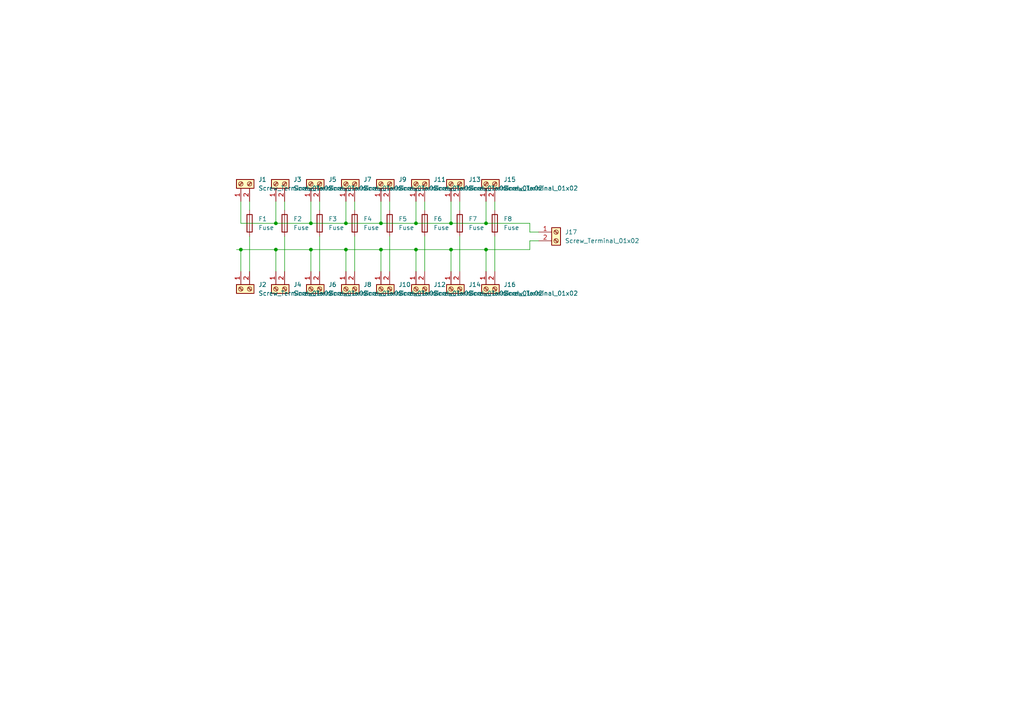
<source format=kicad_sch>
(kicad_sch (version 20211123) (generator eeschema)
  (paper "A4")
  (lib_symbols
    (symbol "Connector:Screw_Terminal_01x02" (pin_names (offset 1.016) hide)
      (property "Reference" "J" (at 0 2.54 0))
      (property "Value" "Screw_Terminal_01x02" (at 0 -5.08 0))
      (symbol "Screw_Terminal_01x02_1_1"
        (rectangle (start -1.27 1.27) (end 1.27 -3.81) (stroke (width 0.254)) (fill (type background)))
        (circle (center 0 -2.54) (radius 0.635) (stroke (width 0.1524)))
        (polyline (pts (xy -0.5334 -2.2098) (xy 0.3302 -3.048)) (stroke (width 0.1524)))
        (polyline (pts (xy -0.5334 0.3302) (xy 0.3302 -0.508)) (stroke (width 0.1524)))
        (polyline (pts (xy -0.3556 -2.032) (xy 0.508 -2.8702)) (stroke (width 0.1524)))
        (polyline (pts (xy -0.3556 0.508) (xy 0.508 -0.3302)) (stroke (width 0.1524)))
        (circle (center 0 0) (radius 0.635) (stroke (width 0.1524)))
        (pin passive line (at -5.08 0 0) (length 3.81) (name "Pin_1") (number "1"))
        (pin passive line (at -5.08 -2.54 0) (length 3.81) (name "Pin_2") (number "2"))
      )
    )
    (symbol "Device:Fuse" (pin_numbers hide) (pin_names (offset 0))
      (property "Reference" "F" (at 2.032 0 90))
      (property "Value" "Fuse" (at -1.905 0 90))
      (symbol "Fuse_0_1"
        (rectangle (start -0.762 -2.54) (end 0.762 2.54) (stroke (width 0.254)))
        (polyline (pts (xy 0 2.54) (xy 0 -2.54)))
      )
      (symbol "Fuse_1_1"
        (pin passive line (at 0 3.81 270) (length 1.27) (name "~") (number "1"))
        (pin passive line (at 0 -3.81 90) (length 1.27) (name "~") (number "2"))
      )
    )
  )
  (junction (at 130.81 64.77))
  (junction (at 100.33 64.77))
  (junction (at 140.97 64.77))
  (junction (at 90.17 72.39))
  (junction (at 110.49 64.77))
  (junction (at 100.33 72.39))
  (junction (at 69.85 72.39))
  (junction (at 80.01 72.39))
  (junction (at 80.01 64.77))
  (junction (at 120.65 64.77))
  (junction (at 90.17 64.77))
  (junction (at 140.97 72.39))
  (junction (at 110.49 72.39))
  (junction (at 120.65 72.39))
  (junction (at 130.81 72.39))
  (wire (pts (xy 140.97 72.39) (xy 153.67 72.39)))
  (wire (pts (xy 110.49 72.39) (xy 110.49 78.74)))
  (wire (pts (xy 140.97 58.42) (xy 140.97 64.77)))
  (wire (pts (xy 153.67 72.39) (xy 153.67 69.85)))
  (wire (pts (xy 90.17 58.42) (xy 90.17 64.77)))
  (wire (pts (xy 130.81 72.39) (xy 140.97 72.39)))
  (wire (pts (xy 120.65 72.39) (xy 130.81 72.39)))
  (wire (pts (xy 133.35 68.58) (xy 133.35 78.74)))
  (wire (pts (xy 110.49 72.39) (xy 120.65 72.39)))
  (wire (pts (xy 113.03 58.42) (xy 113.03 60.96)))
  (wire (pts (xy 69.85 72.39) (xy 69.85 78.74)))
  (wire (pts (xy 90.17 72.39) (xy 100.33 72.39)))
  (wire (pts (xy 100.33 72.39) (xy 100.33 78.74)))
  (wire (pts (xy 69.85 72.39) (xy 80.01 72.39)))
  (wire (pts (xy 140.97 72.39) (xy 140.97 78.74)))
  (wire (pts (xy 92.71 58.42) (xy 92.71 60.96)))
  (wire (pts (xy 110.49 64.77) (xy 120.65 64.77)))
  (wire (pts (xy 90.17 72.39) (xy 90.17 78.74)))
  (wire (pts (xy 100.33 72.39) (xy 110.49 72.39)))
  (wire (pts (xy 100.33 64.77) (xy 110.49 64.77)))
  (wire (pts (xy 80.01 72.39) (xy 80.01 78.74)))
  (wire (pts (xy 153.67 69.85) (xy 156.21 69.85)))
  (wire (pts (xy 130.81 58.42) (xy 130.81 64.77)))
  (wire (pts (xy 123.19 58.42) (xy 123.19 60.96)))
  (wire (pts (xy 68.58 72.39) (xy 69.85 72.39)))
  (wire (pts (xy 110.49 58.42) (xy 110.49 64.77)))
  (wire (pts (xy 90.17 64.77) (xy 100.33 64.77)))
  (wire (pts (xy 120.65 64.77) (xy 130.81 64.77)))
  (wire (pts (xy 153.67 67.31) (xy 156.21 67.31)))
  (wire (pts (xy 143.51 58.42) (xy 143.51 60.96)))
  (wire (pts (xy 100.33 58.42) (xy 100.33 64.77)))
  (wire (pts (xy 69.85 64.77) (xy 80.01 64.77)))
  (wire (pts (xy 120.65 58.42) (xy 120.65 64.77)))
  (wire (pts (xy 120.65 72.39) (xy 120.65 78.74)))
  (wire (pts (xy 72.39 68.58) (xy 72.39 78.74)))
  (wire (pts (xy 72.39 58.42) (xy 72.39 60.96)))
  (wire (pts (xy 80.01 58.42) (xy 80.01 64.77)))
  (wire (pts (xy 123.19 68.58) (xy 123.19 78.74)))
  (wire (pts (xy 69.85 58.42) (xy 69.85 64.77)))
  (wire (pts (xy 102.87 58.42) (xy 102.87 60.96)))
  (wire (pts (xy 102.87 68.58) (xy 102.87 78.74)))
  (wire (pts (xy 92.71 68.58) (xy 92.71 78.74)))
  (wire (pts (xy 113.03 68.58) (xy 113.03 78.74)))
  (wire (pts (xy 153.67 64.77) (xy 153.67 67.31)))
  (wire (pts (xy 143.51 68.58) (xy 143.51 78.74)))
  (wire (pts (xy 130.81 64.77) (xy 140.97 64.77)))
  (wire (pts (xy 82.55 58.42) (xy 82.55 60.96)))
  (wire (pts (xy 133.35 58.42) (xy 133.35 60.96)))
  (wire (pts (xy 130.81 72.39) (xy 130.81 78.74)))
  (wire (pts (xy 80.01 72.39) (xy 90.17 72.39)))
  (wire (pts (xy 82.55 68.58) (xy 82.55 78.74)))
  (wire (pts (xy 140.97 64.77) (xy 153.67 64.77)))
  (wire (pts (xy 80.01 64.77) (xy 90.17 64.77)))
  (symbol (lib_id "Connector:Screw_Terminal_01x02") (at 80.01 53.34 90) (unit 1)
    (property "Reference" "J3" (at 85.09 52.0699 90) (effects (justify right)))
    (property "Value" "Screw_Terminal_01x02" (at 85.09 54.6099 90) (effects (justify right)))
    (property "Footprint" "Connector_Phoenix_MSTB:PhoenixContact_MSTBVA_2,5_2-G_1x02_P5.00mm_Vertical" (effects hide))
  )
  (symbol (lib_id "Device:Fuse") (at 72.39 64.77 0) (unit 1)
    (property "Reference" "F1" (at 74.93 63.4999 0) (effects (justify left)))
    (property "Value" "Fuse" (at 74.93 66.0399 0) (effects (justify left)))
    (property "Footprint" "Fuse:Fuseholder_Blade_ATO_Littelfuse_Pudenz_2_Pin" (effects hide))
  )
  (symbol (lib_id "Device:Fuse") (at 102.87 64.77 0) (unit 1)
    (property "Reference" "F4" (at 105.41 63.4999 0) (effects (justify left)))
    (property "Value" "Fuse" (at 105.41 66.0399 0) (effects (justify left)))
    (property "Footprint" "Fuse:Fuseholder_Blade_ATO_Littelfuse_Pudenz_2_Pin" (effects hide))
  )
  (symbol (lib_id "Device:Fuse") (at 133.35 64.77 0) (unit 1)
    (property "Reference" "F7" (at 135.89 63.4999 0) (effects (justify left)))
    (property "Value" "Fuse" (at 135.89 66.0399 0) (effects (justify left)))
    (property "Footprint" "Fuse:Fuseholder_Blade_ATO_Littelfuse_Pudenz_2_Pin" (effects hide))
  )
  (symbol (lib_id "Connector:Screw_Terminal_01x02") (at 140.97 53.34 90) (unit 1)
    (property "Reference" "J15" (at 146.05 52.0699 90) (effects (justify right)))
    (property "Value" "Screw_Terminal_01x02" (at 146.05 54.6099 90) (effects (justify right)))
    (property "Footprint" "Connector_Phoenix_MSTB:PhoenixContact_MSTBVA_2,5_2-G_1x02_P5.00mm_Vertical" (effects hide))
  )
  (symbol (lib_id "Connector:Screw_Terminal_01x02") (at 100.33 83.82 90) (mirror x) (unit 1)
    (property "Reference" "J8" (at 105.41 82.5499 90) (effects (justify right)))
    (property "Value" "Screw_Terminal_01x02" (at 105.41 85.0899 90) (effects (justify right)))
    (property "Footprint" "Connector_Phoenix_MSTB:PhoenixContact_MSTBVA_2,5_2-G_1x02_P5.00mm_Vertical" (effects hide))
  )
  (symbol (lib_id "Device:Fuse") (at 123.19 64.77 0) (unit 1)
    (property "Reference" "F6" (at 125.73 63.4999 0) (effects (justify left)))
    (property "Value" "Fuse" (at 125.73 66.0399 0) (effects (justify left)))
    (property "Footprint" "Fuse:Fuseholder_Blade_ATO_Littelfuse_Pudenz_2_Pin" (effects hide))
  )
  (symbol (lib_id "Connector:Screw_Terminal_01x02") (at 69.85 83.82 90) (mirror x) (unit 1)
    (property "Reference" "J2" (at 74.93 82.5499 90) (effects (justify right)))
    (property "Value" "Screw_Terminal_01x02" (at 74.93 85.0899 90) (effects (justify right)))
    (property "Footprint" "Connector_Phoenix_MSTB:PhoenixContact_MSTBVA_2,5_2-G_1x02_P5.00mm_Vertical" (effects hide))
  )
  (symbol (lib_id "Connector:Screw_Terminal_01x02") (at 120.65 53.34 90) (unit 1)
    (property "Reference" "J11" (at 125.73 52.0699 90) (effects (justify right)))
    (property "Value" "Screw_Terminal_01x02" (at 125.73 54.6099 90) (effects (justify right)))
    (property "Footprint" "Connector_Phoenix_MSTB:PhoenixContact_MSTBVA_2,5_2-G_1x02_P5.00mm_Vertical" (effects hide))
  )
  (symbol (lib_id "Connector:Screw_Terminal_01x02") (at 161.29 67.31 0) (unit 1)
    (property "Reference" "J17" (at 163.83 67.3099 0) (effects (justify left)))
    (property "Value" "Screw_Terminal_01x02" (at 163.83 69.8499 0) (effects (justify left)))
    (property "Footprint" "Connector_Phoenix_MSTB:PhoenixContact_MSTBVA_2,5_2-G_1x02_P5.00mm_Vertical" (effects hide))
  )
  (symbol (lib_id "Connector:Screw_Terminal_01x02") (at 110.49 83.82 90) (mirror x) (unit 1)
    (property "Reference" "J10" (at 115.57 82.5499 90) (effects (justify right)))
    (property "Value" "Screw_Terminal_01x02" (at 115.57 85.0899 90) (effects (justify right)))
    (property "Footprint" "Connector_Phoenix_MSTB:PhoenixContact_MSTBVA_2,5_2-G_1x02_P5.00mm_Vertical" (effects hide))
  )
  (symbol (lib_id "Connector:Screw_Terminal_01x02") (at 80.01 83.82 90) (mirror x) (unit 1)
    (property "Reference" "J4" (at 85.09 82.5499 90) (effects (justify right)))
    (property "Value" "Screw_Terminal_01x02" (at 85.09 85.0899 90) (effects (justify right)))
    (property "Footprint" "Connector_Phoenix_MSTB:PhoenixContact_MSTBVA_2,5_2-G_1x02_P5.00mm_Vertical" (effects hide))
  )
  (symbol (lib_id "Connector:Screw_Terminal_01x02") (at 90.17 53.34 90) (unit 1)
    (property "Reference" "J5" (at 95.25 52.0699 90) (effects (justify right)))
    (property "Value" "Screw_Terminal_01x02" (at 95.25 54.6099 90) (effects (justify right)))
    (property "Footprint" "Connector_Phoenix_MSTB:PhoenixContact_MSTBVA_2,5_2-G_1x02_P5.00mm_Vertical" (effects hide))
  )
  (symbol (lib_id "Connector:Screw_Terminal_01x02") (at 130.81 53.34 90) (unit 1)
    (property "Reference" "J13" (at 135.89 52.0699 90) (effects (justify right)))
    (property "Value" "Screw_Terminal_01x02" (at 135.89 54.6099 90) (effects (justify right)))
    (property "Footprint" "Connector_Phoenix_MSTB:PhoenixContact_MSTBVA_2,5_2-G_1x02_P5.00mm_Vertical" (effects hide))
  )
  (symbol (lib_id "Connector:Screw_Terminal_01x02") (at 110.49 53.34 90) (unit 1)
    (property "Reference" "J9" (at 115.57 52.0699 90) (effects (justify right)))
    (property "Value" "Screw_Terminal_01x02" (at 115.57 54.6099 90) (effects (justify right)))
    (property "Footprint" "Connector_Phoenix_MSTB:PhoenixContact_MSTBVA_2,5_2-G_1x02_P5.00mm_Vertical" (effects hide))
  )
  (symbol (lib_id "Connector:Screw_Terminal_01x02") (at 120.65 83.82 90) (mirror x) (unit 1)
    (property "Reference" "J12" (at 125.73 82.5499 90) (effects (justify right)))
    (property "Value" "Screw_Terminal_01x02" (at 125.73 85.0899 90) (effects (justify right)))
    (property "Footprint" "Connector_Phoenix_MSTB:PhoenixContact_MSTBVA_2,5_2-G_1x02_P5.00mm_Vertical" (effects hide))
  )
  (symbol (lib_id "Connector:Screw_Terminal_01x02") (at 100.33 53.34 90) (unit 1)
    (property "Reference" "J7" (at 105.41 52.0699 90) (effects (justify right)))
    (property "Value" "Screw_Terminal_01x02" (at 105.41 54.6099 90) (effects (justify right)))
    (property "Footprint" "Connector_Phoenix_MSTB:PhoenixContact_MSTBVA_2,5_2-G_1x02_P5.00mm_Vertical" (effects hide))
  )
  (symbol (lib_id "Connector:Screw_Terminal_01x02") (at 130.81 83.82 90) (mirror x) (unit 1)
    (property "Reference" "J14" (at 135.89 82.5499 90) (effects (justify right)))
    (property "Value" "Screw_Terminal_01x02" (at 135.89 85.0899 90) (effects (justify right)))
    (property "Footprint" "Connector_Phoenix_MSTB:PhoenixContact_MSTBVA_2,5_2-G_1x02_P5.00mm_Vertical" (effects hide))
  )
  (symbol (lib_id "Device:Fuse") (at 113.03 64.77 0) (unit 1)
    (property "Reference" "F5" (at 115.57 63.4999 0) (effects (justify left)))
    (property "Value" "Fuse" (at 115.57 66.0399 0) (effects (justify left)))
    (property "Footprint" "Fuse:Fuseholder_Blade_ATO_Littelfuse_Pudenz_2_Pin" (effects hide))
  )
  (symbol (lib_id "Connector:Screw_Terminal_01x02") (at 90.17 83.82 90) (mirror x) (unit 1)
    (property "Reference" "J6" (at 95.25 82.5499 90) (effects (justify right)))
    (property "Value" "Screw_Terminal_01x02" (at 95.25 85.0899 90) (effects (justify right)))
    (property "Footprint" "Connector_Phoenix_MSTB:PhoenixContact_MSTBVA_2,5_2-G_1x02_P5.00mm_Vertical" (effects hide))
  )
  (symbol (lib_id "Connector:Screw_Terminal_01x02") (at 140.97 83.82 90) (mirror x) (unit 1)
    (property "Reference" "J16" (at 146.05 82.5499 90) (effects (justify right)))
    (property "Value" "Screw_Terminal_01x02" (at 146.05 85.0899 90) (effects (justify right)))
    (property "Footprint" "Connector_Phoenix_MSTB:PhoenixContact_MSTBVA_2,5_2-G_1x02_P5.00mm_Vertical" (effects hide))
  )
  (symbol (lib_id "Device:Fuse") (at 92.71 64.77 0) (unit 1)
    (property "Reference" "F3" (at 95.25 63.4999 0) (effects (justify left)))
    (property "Value" "Fuse" (at 95.25 66.0399 0) (effects (justify left)))
    (property "Footprint" "Fuse:Fuseholder_Blade_ATO_Littelfuse_Pudenz_2_Pin" (effects hide))
  )
  (symbol (lib_id "Connector:Screw_Terminal_01x02") (at 69.85 53.34 90) (unit 1)
    (property "Reference" "J1" (at 74.93 52.0699 90) (effects (justify right)))
    (property "Value" "Screw_Terminal_01x02" (at 74.93 54.6099 90) (effects (justify right)))
    (property "Footprint" "Connector_Phoenix_MSTB:PhoenixContact_MSTBVA_2,5_2-G_1x02_P5.00mm_Vertical" (effects hide))
  )
  (symbol (lib_id "Device:Fuse") (at 143.51 64.77 0) (unit 1)
    (property "Reference" "F8" (at 146.05 63.4999 0) (effects (justify left)))
    (property "Value" "Fuse" (at 146.05 66.0399 0) (effects (justify left)))
    (property "Footprint" "Fuse:Fuseholder_Blade_ATO_Littelfuse_Pudenz_2_Pin" (effects hide))
  )
  (symbol (lib_id "Device:Fuse") (at 82.55 64.77 0) (unit 1)
    (property "Reference" "F2" (at 85.09 63.4999 0) (effects (justify left)))
    (property "Value" "Fuse" (at 85.09 66.0399 0) (effects (justify left)))
    (property "Footprint" "Fuse:Fuseholder_Blade_ATO_Littelfuse_Pudenz_2_Pin" (effects hide))
  )
)
</source>
